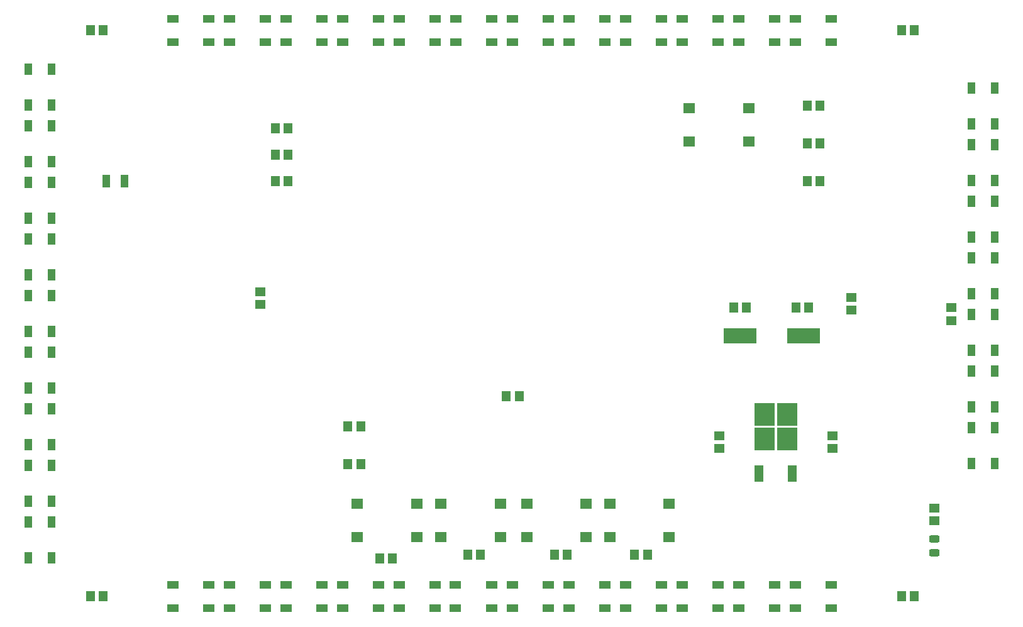
<source format=gbr>
%TF.GenerationSoftware,KiCad,Pcbnew,(6.0.5)*%
%TF.CreationDate,2022-07-21T22:29:02-04:00*%
%TF.ProjectId,clock,636c6f63-6b2e-46b6-9963-61645f706362,rev?*%
%TF.SameCoordinates,PX4cc9b70PY86327e0*%
%TF.FileFunction,Paste,Top*%
%TF.FilePolarity,Positive*%
%FSLAX46Y46*%
G04 Gerber Fmt 4.6, Leading zero omitted, Abs format (unit mm)*
G04 Created by KiCad (PCBNEW (6.0.5)) date 2022-07-21 22:29:02*
%MOMM*%
%LPD*%
G01*
G04 APERTURE LIST*
G04 Aperture macros list*
%AMRoundRect*
0 Rectangle with rounded corners*
0 $1 Rounding radius*
0 $2 $3 $4 $5 $6 $7 $8 $9 X,Y pos of 4 corners*
0 Add a 4 corners polygon primitive as box body*
4,1,4,$2,$3,$4,$5,$6,$7,$8,$9,$2,$3,0*
0 Add four circle primitives for the rounded corners*
1,1,$1+$1,$2,$3*
1,1,$1+$1,$4,$5*
1,1,$1+$1,$6,$7*
1,1,$1+$1,$8,$9*
0 Add four rect primitives between the rounded corners*
20,1,$1+$1,$2,$3,$4,$5,0*
20,1,$1+$1,$4,$5,$6,$7,0*
20,1,$1+$1,$6,$7,$8,$9,0*
20,1,$1+$1,$8,$9,$2,$3,0*%
G04 Aperture macros list end*
%ADD10R,1.150000X1.400000*%
%ADD11R,1.000000X1.500000*%
%ADD12R,1.500000X1.000000*%
%ADD13R,1.600000X1.400000*%
%ADD14R,1.400000X1.150000*%
%ADD15R,2.750000X3.050000*%
%ADD16R,1.200000X2.200000*%
%ADD17RoundRect,0.243750X0.456250X-0.243750X0.456250X0.243750X-0.456250X0.243750X-0.456250X-0.243750X0*%
%ADD18R,4.500000X2.000000*%
%ADD19R,1.000000X1.800000*%
G04 APERTURE END LIST*
D10*
%TO.C,C4*%
X107608000Y44958000D03*
X109308000Y44958000D03*
%TD*%
D11*
%TO.C,D18*%
X134442000Y66966000D03*
X131242000Y66966000D03*
X131242000Y62066000D03*
X134442000Y62066000D03*
%TD*%
D12*
%TO.C,D28*%
X46572000Y83896000D03*
X46572000Y80696000D03*
X51472000Y80696000D03*
X51472000Y83896000D03*
%TD*%
D13*
%TO.C,SW1*%
X56578000Y14096000D03*
X48578000Y14096000D03*
X56578000Y18596000D03*
X48578000Y18596000D03*
%TD*%
D12*
%TO.C,D7*%
X74332000Y4496000D03*
X74332000Y7696000D03*
X69432000Y7696000D03*
X69432000Y4496000D03*
%TD*%
D14*
%TO.C,C2*%
X115062000Y44616000D03*
X115062000Y46316000D03*
%TD*%
D10*
%TO.C,C5*%
X99226000Y44958000D03*
X100926000Y44958000D03*
%TD*%
D11*
%TO.C,D16*%
X134442000Y51726000D03*
X131242000Y51726000D03*
X131242000Y46826000D03*
X134442000Y46826000D03*
%TD*%
D10*
%TO.C,R11*%
X76796000Y11684000D03*
X75096000Y11684000D03*
%TD*%
D11*
%TO.C,D38*%
X4242000Y26506000D03*
X7442000Y26506000D03*
X7442000Y31406000D03*
X4242000Y31406000D03*
%TD*%
D12*
%TO.C,D9*%
X89572000Y4496000D03*
X89572000Y7696000D03*
X84672000Y7696000D03*
X84672000Y4496000D03*
%TD*%
%TO.C,D27*%
X54192000Y83896000D03*
X54192000Y80696000D03*
X59092000Y80696000D03*
X59092000Y83896000D03*
%TD*%
D10*
%TO.C,R15*%
X109132000Y72136000D03*
X110832000Y72136000D03*
%TD*%
D11*
%TO.C,D13*%
X134442000Y28866000D03*
X131242000Y28866000D03*
X131242000Y23966000D03*
X134442000Y23966000D03*
%TD*%
D14*
%TO.C,C6*%
X97282000Y26006000D03*
X97282000Y27706000D03*
%TD*%
D10*
%TO.C,C10*%
X14312000Y6096000D03*
X12612000Y6096000D03*
%TD*%
%TO.C,R2*%
X110832000Y67056000D03*
X109132000Y67056000D03*
%TD*%
D14*
%TO.C,C1*%
X128524000Y43258000D03*
X128524000Y44958000D03*
%TD*%
D12*
%TO.C,D11*%
X104812000Y4496000D03*
X104812000Y7696000D03*
X99912000Y7696000D03*
X99912000Y4496000D03*
%TD*%
D10*
%TO.C,C3*%
X37504000Y69088000D03*
X39204000Y69088000D03*
%TD*%
D12*
%TO.C,D6*%
X66697920Y4496000D03*
X66697920Y7696000D03*
X61797920Y7696000D03*
X61797920Y4496000D03*
%TD*%
D11*
%TO.C,D35*%
X4242000Y49366000D03*
X7442000Y49366000D03*
X7442000Y54266000D03*
X4242000Y54266000D03*
%TD*%
%TO.C,D14*%
X134442000Y36486000D03*
X131242000Y36486000D03*
X131242000Y31586000D03*
X134442000Y31586000D03*
%TD*%
D10*
%TO.C,R4*%
X37562000Y61976000D03*
X39262000Y61976000D03*
%TD*%
%TO.C,C11*%
X121832000Y6096000D03*
X123532000Y6096000D03*
%TD*%
D11*
%TO.C,D33*%
X4242000Y64606000D03*
X7442000Y64606000D03*
X7442000Y69506000D03*
X4242000Y69506000D03*
%TD*%
D10*
%TO.C,R9*%
X53262000Y11176000D03*
X51562000Y11176000D03*
%TD*%
%TO.C,C12*%
X121832000Y82296000D03*
X123532000Y82296000D03*
%TD*%
D12*
%TO.C,D31*%
X23712000Y83896000D03*
X23712000Y80696000D03*
X28612000Y80696000D03*
X28612000Y83896000D03*
%TD*%
D11*
%TO.C,D34*%
X4242000Y56986000D03*
X7442000Y56986000D03*
X7442000Y61886000D03*
X4242000Y61886000D03*
%TD*%
D10*
%TO.C,C13*%
X12612000Y82296000D03*
X14312000Y82296000D03*
%TD*%
D15*
%TO.C,U2*%
X106427000Y30631000D03*
X103377000Y30631000D03*
X106427000Y27281000D03*
X103377000Y27281000D03*
D16*
X102622000Y22656000D03*
X107182000Y22656000D03*
%TD*%
D11*
%TO.C,D32*%
X4242000Y72226000D03*
X7442000Y72226000D03*
X7442000Y77126000D03*
X4242000Y77126000D03*
%TD*%
D14*
%TO.C,C7*%
X112522000Y26006000D03*
X112522000Y27706000D03*
%TD*%
D17*
%TO.C,D50*%
X126238000Y11938500D03*
X126238000Y13813500D03*
%TD*%
D12*
%TO.C,D30*%
X31332000Y83896000D03*
X31332000Y80696000D03*
X36232000Y80696000D03*
X36232000Y83896000D03*
%TD*%
D10*
%TO.C,C9*%
X49022000Y28956000D03*
X47322000Y28956000D03*
%TD*%
D13*
%TO.C,SW3*%
X79374000Y14096000D03*
X71374000Y14096000D03*
X79374000Y18596000D03*
X71374000Y18596000D03*
%TD*%
D12*
%TO.C,D20*%
X107532000Y83896000D03*
X107532000Y80696000D03*
X112432000Y80696000D03*
X112432000Y83896000D03*
%TD*%
D10*
%TO.C,R3*%
X37562000Y65532000D03*
X39262000Y65532000D03*
%TD*%
D14*
%TO.C,R1*%
X126238000Y16256000D03*
X126238000Y17956000D03*
%TD*%
%TO.C,R13*%
X35472000Y47078000D03*
X35472000Y45378000D03*
%TD*%
D10*
%TO.C,R14*%
X109132000Y61976000D03*
X110832000Y61976000D03*
%TD*%
D12*
%TO.C,D24*%
X77052000Y83896000D03*
X77052000Y80696000D03*
X81952000Y80696000D03*
X81952000Y83896000D03*
%TD*%
D18*
%TO.C,Y1*%
X100144000Y41148000D03*
X108644000Y41148000D03*
%TD*%
D12*
%TO.C,D25*%
X69432000Y83896000D03*
X69432000Y80696000D03*
X74332000Y80696000D03*
X74332000Y83896000D03*
%TD*%
%TO.C,D22*%
X92292000Y83896000D03*
X92292000Y80696000D03*
X97192000Y80696000D03*
X97192000Y83896000D03*
%TD*%
%TO.C,D10*%
X97192000Y4496000D03*
X97192000Y7696000D03*
X92292000Y7696000D03*
X92292000Y4496000D03*
%TD*%
D10*
%TO.C,C8*%
X49022000Y23876000D03*
X47322000Y23876000D03*
%TD*%
%TO.C,R12*%
X87630000Y11684000D03*
X85930000Y11684000D03*
%TD*%
D11*
%TO.C,D17*%
X134442000Y59346000D03*
X131242000Y59346000D03*
X131242000Y54446000D03*
X134442000Y54446000D03*
%TD*%
%TO.C,D19*%
X134442000Y74586000D03*
X131242000Y74586000D03*
X131242000Y69686000D03*
X134442000Y69686000D03*
%TD*%
D12*
%TO.C,D8*%
X81952000Y4496000D03*
X81952000Y7696000D03*
X77052000Y7696000D03*
X77052000Y4496000D03*
%TD*%
%TO.C,D26*%
X61812000Y83896000D03*
X61812000Y80696000D03*
X66712000Y80696000D03*
X66712000Y83896000D03*
%TD*%
%TO.C,D23*%
X84672000Y83896000D03*
X84672000Y80696000D03*
X89572000Y80696000D03*
X89572000Y83896000D03*
%TD*%
%TO.C,D21*%
X99912000Y83896000D03*
X99912000Y80696000D03*
X104812000Y80696000D03*
X104812000Y83896000D03*
%TD*%
%TO.C,D2*%
X36232000Y4496000D03*
X36232000Y7696000D03*
X31332000Y7696000D03*
X31332000Y4496000D03*
%TD*%
D13*
%TO.C,SW5*%
X101282000Y67346000D03*
X93282000Y67346000D03*
X101282000Y71846000D03*
X93282000Y71846000D03*
%TD*%
D11*
%TO.C,D15*%
X134442000Y44106000D03*
X131242000Y44106000D03*
X131242000Y39206000D03*
X134442000Y39206000D03*
%TD*%
%TO.C,D36*%
X4242000Y41746000D03*
X7442000Y41746000D03*
X7442000Y46646000D03*
X4242000Y46646000D03*
%TD*%
D12*
%TO.C,D5*%
X59092000Y4496000D03*
X59092000Y7696000D03*
X54192000Y7696000D03*
X54192000Y4496000D03*
%TD*%
%TO.C,D3*%
X43852000Y4496000D03*
X43852000Y7696000D03*
X38952000Y7696000D03*
X38952000Y4496000D03*
%TD*%
D11*
%TO.C,D37*%
X4242000Y34126000D03*
X7442000Y34126000D03*
X7442000Y39026000D03*
X4242000Y39026000D03*
%TD*%
D12*
%TO.C,D1*%
X28612000Y4496000D03*
X28612000Y7696000D03*
X23712000Y7696000D03*
X23712000Y4496000D03*
%TD*%
D19*
%TO.C,Y2*%
X14752000Y61976000D03*
X17252000Y61976000D03*
%TD*%
D10*
%TO.C,R5*%
X68658000Y33020000D03*
X70358000Y33020000D03*
%TD*%
D13*
%TO.C,SW2*%
X67818000Y14096000D03*
X59818000Y14096000D03*
X67818000Y18596000D03*
X59818000Y18596000D03*
%TD*%
D12*
%TO.C,D12*%
X112432000Y4496000D03*
X112432000Y7696000D03*
X107532000Y7696000D03*
X107532000Y4496000D03*
%TD*%
%TO.C,D29*%
X38952000Y83896000D03*
X38952000Y80696000D03*
X43852000Y80696000D03*
X43852000Y83896000D03*
%TD*%
%TO.C,D4*%
X51472000Y4496000D03*
X51472000Y7696000D03*
X46572000Y7696000D03*
X46572000Y4496000D03*
%TD*%
D11*
%TO.C,D39*%
X4242000Y18886000D03*
X7442000Y18886000D03*
X7442000Y23786000D03*
X4242000Y23786000D03*
%TD*%
%TO.C,D40*%
X4242000Y11266000D03*
X7442000Y11266000D03*
X7442000Y16166000D03*
X4242000Y16166000D03*
%TD*%
D13*
%TO.C,SW4*%
X90550000Y14096000D03*
X82550000Y14096000D03*
X90550000Y18596000D03*
X82550000Y18596000D03*
%TD*%
D10*
%TO.C,R10*%
X65112000Y11684000D03*
X63412000Y11684000D03*
%TD*%
M02*

</source>
